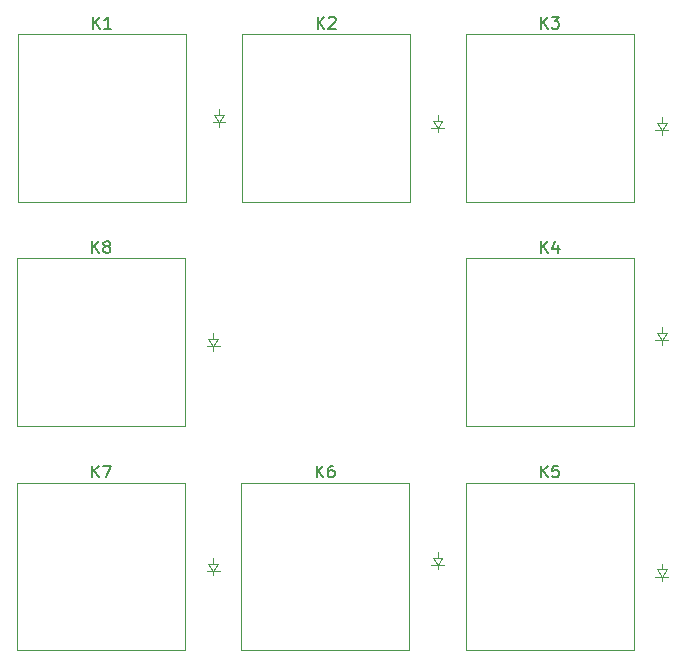
<source format=gbr>
%TF.GenerationSoftware,KiCad,Pcbnew,8.0.6*%
%TF.CreationDate,2024-10-30T00:35:20-04:00*%
%TF.ProjectId,MyHackpad,4d794861-636b-4706-9164-2e6b69636164,rev?*%
%TF.SameCoordinates,Original*%
%TF.FileFunction,Legend,Top*%
%TF.FilePolarity,Positive*%
%FSLAX46Y46*%
G04 Gerber Fmt 4.6, Leading zero omitted, Abs format (unit mm)*
G04 Created by KiCad (PCBNEW 8.0.6) date 2024-10-30 00:35:20*
%MOMM*%
%LPD*%
G01*
G04 APERTURE LIST*
%ADD10C,0.150000*%
%ADD11C,0.120000*%
%ADD12C,0.100000*%
G04 APERTURE END LIST*
D10*
X51261905Y-70454819D02*
X51261905Y-69454819D01*
X51833333Y-70454819D02*
X51404762Y-69883390D01*
X51833333Y-69454819D02*
X51261905Y-70026247D01*
X52690476Y-69454819D02*
X52500000Y-69454819D01*
X52500000Y-69454819D02*
X52404762Y-69502438D01*
X52404762Y-69502438D02*
X52357143Y-69550057D01*
X52357143Y-69550057D02*
X52261905Y-69692914D01*
X52261905Y-69692914D02*
X52214286Y-69883390D01*
X52214286Y-69883390D02*
X52214286Y-70264342D01*
X52214286Y-70264342D02*
X52261905Y-70359580D01*
X52261905Y-70359580D02*
X52309524Y-70407200D01*
X52309524Y-70407200D02*
X52404762Y-70454819D01*
X52404762Y-70454819D02*
X52595238Y-70454819D01*
X52595238Y-70454819D02*
X52690476Y-70407200D01*
X52690476Y-70407200D02*
X52738095Y-70359580D01*
X52738095Y-70359580D02*
X52785714Y-70264342D01*
X52785714Y-70264342D02*
X52785714Y-70026247D01*
X52785714Y-70026247D02*
X52738095Y-69931009D01*
X52738095Y-69931009D02*
X52690476Y-69883390D01*
X52690476Y-69883390D02*
X52595238Y-69835771D01*
X52595238Y-69835771D02*
X52404762Y-69835771D01*
X52404762Y-69835771D02*
X52309524Y-69883390D01*
X52309524Y-69883390D02*
X52261905Y-69931009D01*
X52261905Y-69931009D02*
X52214286Y-70026247D01*
X70261905Y-70454819D02*
X70261905Y-69454819D01*
X70833333Y-70454819D02*
X70404762Y-69883390D01*
X70833333Y-69454819D02*
X70261905Y-70026247D01*
X71738095Y-69454819D02*
X71261905Y-69454819D01*
X71261905Y-69454819D02*
X71214286Y-69931009D01*
X71214286Y-69931009D02*
X71261905Y-69883390D01*
X71261905Y-69883390D02*
X71357143Y-69835771D01*
X71357143Y-69835771D02*
X71595238Y-69835771D01*
X71595238Y-69835771D02*
X71690476Y-69883390D01*
X71690476Y-69883390D02*
X71738095Y-69931009D01*
X71738095Y-69931009D02*
X71785714Y-70026247D01*
X71785714Y-70026247D02*
X71785714Y-70264342D01*
X71785714Y-70264342D02*
X71738095Y-70359580D01*
X71738095Y-70359580D02*
X71690476Y-70407200D01*
X71690476Y-70407200D02*
X71595238Y-70454819D01*
X71595238Y-70454819D02*
X71357143Y-70454819D01*
X71357143Y-70454819D02*
X71261905Y-70407200D01*
X71261905Y-70407200D02*
X71214286Y-70359580D01*
X32261905Y-70454819D02*
X32261905Y-69454819D01*
X32833333Y-70454819D02*
X32404762Y-69883390D01*
X32833333Y-69454819D02*
X32261905Y-70026247D01*
X33166667Y-69454819D02*
X33833333Y-69454819D01*
X33833333Y-69454819D02*
X33404762Y-70454819D01*
X70261905Y-51454819D02*
X70261905Y-50454819D01*
X70833333Y-51454819D02*
X70404762Y-50883390D01*
X70833333Y-50454819D02*
X70261905Y-51026247D01*
X71690476Y-50788152D02*
X71690476Y-51454819D01*
X71452381Y-50407200D02*
X71214286Y-51121485D01*
X71214286Y-51121485D02*
X71833333Y-51121485D01*
X32341905Y-32454819D02*
X32341905Y-31454819D01*
X32913333Y-32454819D02*
X32484762Y-31883390D01*
X32913333Y-31454819D02*
X32341905Y-32026247D01*
X33865714Y-32454819D02*
X33294286Y-32454819D01*
X33580000Y-32454819D02*
X33580000Y-31454819D01*
X33580000Y-31454819D02*
X33484762Y-31597676D01*
X33484762Y-31597676D02*
X33389524Y-31692914D01*
X33389524Y-31692914D02*
X33294286Y-31740533D01*
X32261905Y-51454819D02*
X32261905Y-50454819D01*
X32833333Y-51454819D02*
X32404762Y-50883390D01*
X32833333Y-50454819D02*
X32261905Y-51026247D01*
X33404762Y-50883390D02*
X33309524Y-50835771D01*
X33309524Y-50835771D02*
X33261905Y-50788152D01*
X33261905Y-50788152D02*
X33214286Y-50692914D01*
X33214286Y-50692914D02*
X33214286Y-50645295D01*
X33214286Y-50645295D02*
X33261905Y-50550057D01*
X33261905Y-50550057D02*
X33309524Y-50502438D01*
X33309524Y-50502438D02*
X33404762Y-50454819D01*
X33404762Y-50454819D02*
X33595238Y-50454819D01*
X33595238Y-50454819D02*
X33690476Y-50502438D01*
X33690476Y-50502438D02*
X33738095Y-50550057D01*
X33738095Y-50550057D02*
X33785714Y-50645295D01*
X33785714Y-50645295D02*
X33785714Y-50692914D01*
X33785714Y-50692914D02*
X33738095Y-50788152D01*
X33738095Y-50788152D02*
X33690476Y-50835771D01*
X33690476Y-50835771D02*
X33595238Y-50883390D01*
X33595238Y-50883390D02*
X33404762Y-50883390D01*
X33404762Y-50883390D02*
X33309524Y-50931009D01*
X33309524Y-50931009D02*
X33261905Y-50978628D01*
X33261905Y-50978628D02*
X33214286Y-51073866D01*
X33214286Y-51073866D02*
X33214286Y-51264342D01*
X33214286Y-51264342D02*
X33261905Y-51359580D01*
X33261905Y-51359580D02*
X33309524Y-51407200D01*
X33309524Y-51407200D02*
X33404762Y-51454819D01*
X33404762Y-51454819D02*
X33595238Y-51454819D01*
X33595238Y-51454819D02*
X33690476Y-51407200D01*
X33690476Y-51407200D02*
X33738095Y-51359580D01*
X33738095Y-51359580D02*
X33785714Y-51264342D01*
X33785714Y-51264342D02*
X33785714Y-51073866D01*
X33785714Y-51073866D02*
X33738095Y-50978628D01*
X33738095Y-50978628D02*
X33690476Y-50931009D01*
X33690476Y-50931009D02*
X33595238Y-50883390D01*
X51341905Y-32454819D02*
X51341905Y-31454819D01*
X51913333Y-32454819D02*
X51484762Y-31883390D01*
X51913333Y-31454819D02*
X51341905Y-32026247D01*
X52294286Y-31550057D02*
X52341905Y-31502438D01*
X52341905Y-31502438D02*
X52437143Y-31454819D01*
X52437143Y-31454819D02*
X52675238Y-31454819D01*
X52675238Y-31454819D02*
X52770476Y-31502438D01*
X52770476Y-31502438D02*
X52818095Y-31550057D01*
X52818095Y-31550057D02*
X52865714Y-31645295D01*
X52865714Y-31645295D02*
X52865714Y-31740533D01*
X52865714Y-31740533D02*
X52818095Y-31883390D01*
X52818095Y-31883390D02*
X52246667Y-32454819D01*
X52246667Y-32454819D02*
X52865714Y-32454819D01*
X70261905Y-32454819D02*
X70261905Y-31454819D01*
X70833333Y-32454819D02*
X70404762Y-31883390D01*
X70833333Y-31454819D02*
X70261905Y-32026247D01*
X71166667Y-31454819D02*
X71785714Y-31454819D01*
X71785714Y-31454819D02*
X71452381Y-31835771D01*
X71452381Y-31835771D02*
X71595238Y-31835771D01*
X71595238Y-31835771D02*
X71690476Y-31883390D01*
X71690476Y-31883390D02*
X71738095Y-31931009D01*
X71738095Y-31931009D02*
X71785714Y-32026247D01*
X71785714Y-32026247D02*
X71785714Y-32264342D01*
X71785714Y-32264342D02*
X71738095Y-32359580D01*
X71738095Y-32359580D02*
X71690476Y-32407200D01*
X71690476Y-32407200D02*
X71595238Y-32454819D01*
X71595238Y-32454819D02*
X71309524Y-32454819D01*
X71309524Y-32454819D02*
X71214286Y-32407200D01*
X71214286Y-32407200D02*
X71166667Y-32359580D01*
D11*
%TO.C,K6*%
X44900000Y-70900000D02*
X44900000Y-85100000D01*
X44900000Y-85100000D02*
X59100000Y-85100000D01*
X59100000Y-70900000D02*
X44900000Y-70900000D01*
X59100000Y-85100000D02*
X59100000Y-70900000D01*
D12*
%TO.C,D1*%
X42450000Y-40350000D02*
X43550000Y-40350000D01*
X42600000Y-39750000D02*
X43400000Y-39750000D01*
X43000000Y-39750000D02*
X43000000Y-39250000D01*
X43000000Y-40350000D02*
X42600000Y-39750000D01*
X43000000Y-40750000D02*
X43000000Y-40350000D01*
X43400000Y-39750000D02*
X43000000Y-40350000D01*
%TO.C,D6*%
X60950000Y-77850000D02*
X62050000Y-77850000D01*
X61100000Y-77250000D02*
X61900000Y-77250000D01*
X61500000Y-77250000D02*
X61500000Y-76750000D01*
X61500000Y-77850000D02*
X61100000Y-77250000D01*
X61500000Y-78250000D02*
X61500000Y-77850000D01*
X61900000Y-77250000D02*
X61500000Y-77850000D01*
D11*
%TO.C,K5*%
X63900000Y-70900000D02*
X63900000Y-85100000D01*
X63900000Y-85100000D02*
X78100000Y-85100000D01*
X78100000Y-70900000D02*
X63900000Y-70900000D01*
X78100000Y-85100000D02*
X78100000Y-70900000D01*
D12*
%TO.C,D4*%
X79950000Y-58850000D02*
X81050000Y-58850000D01*
X80100000Y-58250000D02*
X80900000Y-58250000D01*
X80500000Y-58250000D02*
X80500000Y-57750000D01*
X80500000Y-58850000D02*
X80100000Y-58250000D01*
X80500000Y-59250000D02*
X80500000Y-58850000D01*
X80900000Y-58250000D02*
X80500000Y-58850000D01*
D11*
%TO.C,K7*%
X25900000Y-70900000D02*
X25900000Y-85100000D01*
X25900000Y-85100000D02*
X40100000Y-85100000D01*
X40100000Y-70900000D02*
X25900000Y-70900000D01*
X40100000Y-85100000D02*
X40100000Y-70900000D01*
D12*
%TO.C,D3*%
X79950000Y-41040000D02*
X81050000Y-41040000D01*
X80100000Y-40440000D02*
X80900000Y-40440000D01*
X80500000Y-40440000D02*
X80500000Y-39940000D01*
X80500000Y-41040000D02*
X80100000Y-40440000D01*
X80500000Y-41440000D02*
X80500000Y-41040000D01*
X80900000Y-40440000D02*
X80500000Y-41040000D01*
%TO.C,D8*%
X41950000Y-59350000D02*
X43050000Y-59350000D01*
X42100000Y-58750000D02*
X42900000Y-58750000D01*
X42500000Y-58750000D02*
X42500000Y-58250000D01*
X42500000Y-59350000D02*
X42100000Y-58750000D01*
X42500000Y-59750000D02*
X42500000Y-59350000D01*
X42900000Y-58750000D02*
X42500000Y-59350000D01*
D11*
%TO.C,K4*%
X63900000Y-51900000D02*
X63900000Y-66100000D01*
X63900000Y-66100000D02*
X78100000Y-66100000D01*
X78100000Y-51900000D02*
X63900000Y-51900000D01*
X78100000Y-66100000D02*
X78100000Y-51900000D01*
%TO.C,K1*%
X25980000Y-32900000D02*
X25980000Y-47100000D01*
X25980000Y-47100000D02*
X40180000Y-47100000D01*
X40180000Y-32900000D02*
X25980000Y-32900000D01*
X40180000Y-47100000D02*
X40180000Y-32900000D01*
D12*
%TO.C,D5*%
X79950000Y-78850000D02*
X81050000Y-78850000D01*
X80100000Y-78250000D02*
X80900000Y-78250000D01*
X80500000Y-78250000D02*
X80500000Y-77750000D01*
X80500000Y-78850000D02*
X80100000Y-78250000D01*
X80500000Y-79250000D02*
X80500000Y-78850000D01*
X80900000Y-78250000D02*
X80500000Y-78850000D01*
%TO.C,D2*%
X60950000Y-40850000D02*
X62050000Y-40850000D01*
X61100000Y-40250000D02*
X61900000Y-40250000D01*
X61500000Y-40250000D02*
X61500000Y-39750000D01*
X61500000Y-40850000D02*
X61100000Y-40250000D01*
X61500000Y-41250000D02*
X61500000Y-40850000D01*
X61900000Y-40250000D02*
X61500000Y-40850000D01*
D11*
%TO.C,K8*%
X25900000Y-51900000D02*
X25900000Y-66100000D01*
X25900000Y-66100000D02*
X40100000Y-66100000D01*
X40100000Y-51900000D02*
X25900000Y-51900000D01*
X40100000Y-66100000D02*
X40100000Y-51900000D01*
D12*
%TO.C,D7*%
X41950000Y-78350000D02*
X43050000Y-78350000D01*
X42100000Y-77750000D02*
X42900000Y-77750000D01*
X42500000Y-77750000D02*
X42500000Y-77250000D01*
X42500000Y-78350000D02*
X42100000Y-77750000D01*
X42500000Y-78750000D02*
X42500000Y-78350000D01*
X42900000Y-77750000D02*
X42500000Y-78350000D01*
D11*
%TO.C,K2*%
X44980000Y-32900000D02*
X44980000Y-47100000D01*
X44980000Y-47100000D02*
X59180000Y-47100000D01*
X59180000Y-32900000D02*
X44980000Y-32900000D01*
X59180000Y-47100000D02*
X59180000Y-32900000D01*
%TO.C,K3*%
X63900000Y-32900000D02*
X63900000Y-47100000D01*
X63900000Y-47100000D02*
X78100000Y-47100000D01*
X78100000Y-32900000D02*
X63900000Y-32900000D01*
X78100000Y-47100000D02*
X78100000Y-32900000D01*
%TD*%
M02*

</source>
